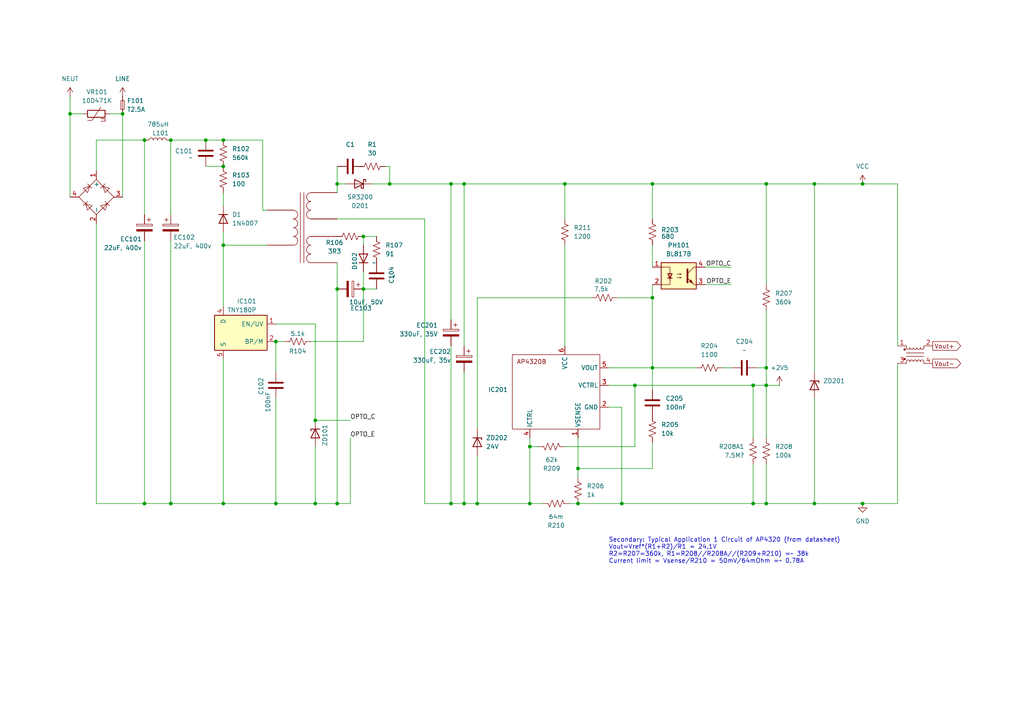
<source format=kicad_sch>
(kicad_sch (version 20250114) (generator "eeschema") (generator_version "9.0")
  (paper "A4")
  (title_block (title "205720-03 power supply") (company "Dyson") (comment 1 "26.1V, 0.78A") (comment 2 "Manufacturer: Salom Electric"))
  (lib_symbols
    (symbol "Device:C" (pin_numbers (hide yes)) (pin_names (offset 0.254))
      (property "Reference" "C" (at 0.635 2.54 0))
      (property "Value" "C" (at 0.635 -2.54 0))
      (symbol "C_0_1"
        (polyline (pts (xy -2.032 0.762) (xy 2.032 0.762)) (stroke (width 0.508)))
        (polyline (pts (xy -2.032 -0.762) (xy 2.032 -0.762)) (stroke (width 0.508)))
      )
      (symbol "C_1_1"
        (pin passive line (at 0 3.81 270) (length 2.794) (name "~") (number "1"))
        (pin passive line (at 0 -3.81 90) (length 2.794) (name "~") (number "2"))
      )
    )
    (symbol "Device:C_Polarized" (pin_numbers (hide yes)) (pin_names (offset 0.254))
      (property "Reference" "C" (at 0.635 2.54 0))
      (property "Value" "C_Polarized" (at 0.635 -2.54 0))
      (symbol "C_Polarized_0_1"
        (rectangle (start -2.286 0.508) (end 2.286 1.016))
        (polyline (pts (xy -1.778 2.286) (xy -0.762 2.286)))
        (polyline (pts (xy -1.27 2.794) (xy -1.27 1.778)))
        (rectangle (start 2.286 -0.508) (end -2.286 -1.016) (fill (type outline)))
      )
      (symbol "C_Polarized_1_1"
        (pin passive line (at 0 3.81 270) (length 2.794) (name "~") (number "1"))
        (pin passive line (at 0 -3.81 90) (length 2.794) (name "~") (number "2"))
      )
    )
    (symbol "Device:D_Zener" (pin_numbers (hide yes)) (pin_names (offset 1.016) (hide yes))
      (property "Reference" "D" (at 0 2.54 0))
      (property "Value" "D_Zener" (at 0 -2.54 0))
      (symbol "D_Zener_0_1"
        (polyline (pts (xy -1.27 -1.27) (xy -1.27 1.27) (xy -0.762 1.27)) (stroke (width 0.254)))
        (polyline (pts (xy 1.27 0) (xy -1.27 0)))
        (polyline (pts (xy 1.27 -1.27) (xy 1.27 1.27) (xy -1.27 0) (xy 1.27 -1.27)) (stroke (width 0.254)))
      )
      (symbol "D_Zener_1_1"
        (pin passive line (at -3.81 0 0) (length 2.54) (name "K") (number "1"))
        (pin passive line (at 3.81 0 180) (length 2.54) (name "A") (number "2"))
      )
    )
    (symbol "Device:Filter_EMI_CommonMode" (pin_names (offset 0.254) (hide yes))
      (property "Reference" "FL" (at 0 4.445 0))
      (property "Value" "Filter_EMI_CommonMode" (at 0 -4.445 0))
      (symbol "Filter_EMI_CommonMode_0_1"
        (circle (center -3.048 1.524) (radius 0.254) (fill (type outline)))
        (circle (center -3.048 -1.27) (radius 0.254) (fill (type outline)))
        (polyline (pts (xy -2.54 2.032) (xy -2.54 2.54)))
        (polyline (pts (xy -2.54 0.508) (xy 2.54 0.508)))
        (polyline (pts (xy -2.54 -2.032) (xy -2.54 -2.54)))
        (arc (start -1.524 2.032) (mid -2.032 1.5262) (end -2.54 2.032))
        (arc (start -2.54 -2.032) (mid -2.032 -1.5262) (end -1.524 -2.032))
        (arc (start -0.508 2.032) (mid -1.016 1.5262) (end -1.524 2.032))
        (arc (start -1.524 -2.032) (mid -1.016 -1.5262) (end -0.508 -2.032))
        (arc (start 0.508 2.032) (mid 0 1.5262) (end -0.508 2.032))
        (arc (start -0.508 -2.032) (mid 0 -1.5262) (end 0.508 -2.032))
        (arc (start 1.524 2.032) (mid 1.016 1.5262) (end 0.508 2.032))
        (arc (start 0.508 -2.032) (mid 1.016 -1.5262) (end 1.524 -2.032))
        (arc (start 2.54 2.032) (mid 2.032 1.5262) (end 1.524 2.032))
        (arc (start 1.524 -2.032) (mid 2.032 -1.5262) (end 2.54 -2.032))
        (polyline (pts (xy 2.54 2.54) (xy 2.54 2.032)))
        (polyline (pts (xy 2.54 -0.508) (xy -2.54 -0.508)))
        (polyline (pts (xy 2.54 -2.032) (xy 2.54 -2.54)))
      )
      (symbol "Filter_EMI_CommonMode_1_1"
        (pin passive line (at -5.08 2.54 0) (length 2.54) (name "1") (number "1"))
        (pin passive line (at -5.08 -2.54 0) (length 2.54) (name "3") (number "3"))
        (pin passive line (at 5.08 2.54 180) (length 2.54) (name "2") (number "2"))
        (pin passive line (at 5.08 -2.54 180) (length 2.54) (name "4") (number "4"))
      )
    )
    (symbol "Device:Fuse_Small" (pin_numbers (hide yes)) (pin_names (offset 0.254) (hide yes))
      (property "Reference" "F" (at 0 -1.524 0))
      (property "Value" "Fuse_Small" (at 0 1.524 0))
      (symbol "Fuse_Small_0_1"
        (rectangle (start -1.27 0.508) (end 1.27 -0.508))
        (polyline (pts (xy -1.27 0) (xy 1.27 0)))
      )
      (symbol "Fuse_Small_1_1"
        (pin passive line (at -2.54 0 0) (length 1.27) (name "~") (number "1"))
        (pin passive line (at 2.54 0 180) (length 1.27) (name "~") (number "2"))
      )
    )
    (symbol "Device:L" (pin_numbers (hide yes)) (pin_names (offset 1.016) (hide yes))
      (property "Reference" "L" (at -1.27 0 90))
      (property "Value" "L" (at 1.905 0 90))
      (symbol "L_0_1"
        (arc (start 0 2.54) (mid 0.6323 1.905) (end 0 1.27))
        (arc (start 0 1.27) (mid 0.6323 0.635) (end 0 0))
        (arc (start 0 0) (mid 0.6323 -0.635) (end 0 -1.27))
        (arc (start 0 -1.27) (mid 0.6323 -1.905) (end 0 -2.54))
      )
      (symbol "L_1_1"
        (pin passive line (at 0 3.81 270) (length 1.27) (name "1") (number "1"))
        (pin passive line (at 0 -3.81 90) (length 1.27) (name "2") (number "2"))
      )
    )
    (symbol "Device:R_US" (pin_numbers (hide yes)) (pin_names (offset 0))
      (property "Reference" "R" (at 2.54 0 90))
      (property "Value" "R_US" (at -2.54 0 90))
      (symbol "R_US_0_1"
        (polyline (pts (xy 0 2.286) (xy 0 2.54)))
        (polyline (pts (xy 0 2.286) (xy 1.016 1.905) (xy 0 1.524) (xy -1.016 1.143) (xy 0 0.762)))
        (polyline (pts (xy 0 0.762) (xy 1.016 0.381) (xy 0 0) (xy -1.016 -0.381) (xy 0 -0.762)))
        (polyline (pts (xy 0 -0.762) (xy 1.016 -1.143) (xy 0 -1.524) (xy -1.016 -1.905) (xy 0 -2.286)))
        (polyline (pts (xy 0 -2.286) (xy 0 -2.54)))
      )
      (symbol "R_US_1_1"
        (pin passive line (at 0 3.81 270) (length 1.27) (name "~") (number "1"))
        (pin passive line (at 0 -3.81 90) (length 1.27) (name "~") (number "2"))
      )
    )
    (symbol "Device:Transformer_1P_2S" (pin_numbers (hide yes)) (pin_names (offset 1.016) (hide yes))
      (property "Reference" "T" (at 0 12.7 0))
      (property "Value" "Transformer_1P_2S" (at 0 -12.7 0))
      (symbol "Transformer_1P_2S_0_1"
        (arc (start -1.27 3.81) (mid -1.656 2.9336) (end -2.54 2.5654))
        (arc (start -1.27 1.27) (mid -1.656 0.3936) (end -2.54 0.0254))
        (arc (start -1.27 -1.27) (mid -1.656 -2.1464) (end -2.54 -2.5146))
        (arc (start -1.27 -3.81) (mid -1.656 -4.6864) (end -2.54 -5.0546))
        (arc (start -2.54 5.08) (mid -1.642 4.708) (end -1.27 3.81))
        (arc (start -2.54 2.54) (mid -1.642 2.168) (end -1.27 1.27))
        (arc (start -2.54 0) (mid -1.642 -0.372) (end -1.27 -1.27))
        (arc (start -2.54 -2.54) (mid -1.642 -2.912) (end -1.27 -3.81))
        (polyline (pts (xy -0.508 -10.16) (xy -0.508 10.16)))
        (polyline (pts (xy 0.508 10.16) (xy 0.508 -10.16)))
        (arc (start 1.2954 8.89) (mid 1.6457 9.7917) (end 2.54 10.16))
        (arc (start 1.2954 6.35) (mid 1.6457 7.2517) (end 2.54 7.62))
        (arc (start 1.2954 3.81) (mid 1.6457 4.7117) (end 2.54 5.08))
        (arc (start 1.2954 -3.81) (mid 1.6457 -2.9083) (end 2.54 -2.54))
        (arc (start 1.2954 -6.35) (mid 1.6457 -5.4483) (end 2.54 -5.08))
        (arc (start 1.2954 -8.89) (mid 1.6457 -7.9883) (end 2.54 -7.62))
        (arc (start 2.54 7.6454) (mid 1.6599 8.0099) (end 1.2954 8.89))
        (arc (start 2.54 5.1054) (mid 1.6599 5.4699) (end 1.2954 6.35))
        (arc (start 2.54 2.5654) (mid 1.6599 2.9299) (end 1.2954 3.81))
        (arc (start 2.54 -5.0546) (mid 1.6599 -4.6901) (end 1.2954 -3.81))
        (arc (start 2.54 -7.5946) (mid 1.6599 -7.2301) (end 1.2954 -6.35))
        (arc (start 2.54 -10.1346) (mid 1.6599 -9.7701) (end 1.2954 -8.89))
      )
      (symbol "Transformer_1P_2S_1_1"
        (pin passive line (at -10.16 5.08 0) (length 7.62) (name "AA") (number "1"))
        (pin passive line (at -10.16 -5.08 0) (length 7.62) (name "AB") (number "2"))
        (pin passive line (at 10.16 10.16 180) (length 7.62) (name "SA") (number "3"))
        (pin passive line (at 10.16 2.54 180) (length 7.62) (name "SB") (number "4"))
        (pin passive line (at 10.16 -2.54 180) (length 7.62) (name "SC") (number "5"))
        (pin passive line (at 10.16 -10.16 180) (length 7.62) (name "SD") (number "6"))
      )
    )
    (symbol "Device:Varistor" (pin_numbers (hide yes)) (pin_names (offset 0))
      (property "Reference" "RV" (at 3.175 0 90))
      (property "Value" "Varistor" (at -3.175 0 90))
      (symbol "Varistor_0_0"
        (text "U" (at -1.778 -2.032 0) (effects (font (size 1.27 1.27))))
      )
      (symbol "Varistor_0_1"
        (polyline (pts (xy -1.905 2.54) (xy -1.905 1.27) (xy 1.905 -1.27)))
        (rectangle (start -1.016 -2.54) (end 1.016 2.54) (stroke (width 0.254)))
      )
      (symbol "Varistor_1_1"
        (pin passive line (at 0 3.81 270) (length 1.27) (name "~") (number "1"))
        (pin passive line (at 0 -3.81 90) (length 1.27) (name "~") (number "2"))
      )
    )
    (symbol "Diode:1N4007" (pin_numbers (hide yes)) (pin_names (hide yes))
      (property "Reference" "D" (at 0 2.54 0))
      (property "Value" "1N4007" (at 0 -2.54 0))
      (symbol "1N4007_0_1"
        (polyline (pts (xy -1.27 1.27) (xy -1.27 -1.27)) (stroke (width 0.254)))
        (polyline (pts (xy 1.27 1.27) (xy 1.27 -1.27) (xy -1.27 0) (xy 1.27 1.27)) (stroke (width 0.254)))
        (polyline (pts (xy 1.27 0) (xy -1.27 0)))
      )
      (symbol "1N4007_1_1"
        (pin passive line (at -3.81 0 0) (length 2.54) (name "K") (number "1"))
        (pin passive line (at 3.81 0 180) (length 2.54) (name "A") (number "2"))
      )
    )
    (symbol "Diode:1N5822" (pin_numbers (hide yes)) (pin_names (offset 1.016) (hide yes))
      (property "Reference" "D" (at 0 2.54 0))
      (property "Value" "1N5822" (at 0 -2.54 0))
      (symbol "1N5822_0_1"
        (polyline (pts (xy -1.905 0.635) (xy -1.905 1.27) (xy -1.27 1.27) (xy -1.27 -1.27) (xy -0.635 -1.27) (xy -0.635 -0.635)) (stroke (width 0.254)))
        (polyline (pts (xy 1.27 1.27) (xy 1.27 -1.27) (xy -1.27 0) (xy 1.27 1.27)) (stroke (width 0.254)))
        (polyline (pts (xy 1.27 0) (xy -1.27 0)))
      )
      (symbol "1N5822_1_1"
        (pin passive line (at -3.81 0 0) (length 2.54) (name "K") (number "1"))
        (pin passive line (at 3.81 0 180) (length 2.54) (name "A") (number "2"))
      )
    )
    (symbol "Diode_Bridge:MDB6S"
      (property "Reference" "D" (at 3.81 6.35 0))
      (property "Value" "MDB6S" (at 6.35 3.81 0))
      (symbol "MDB6S_1_1"
        (polyline (pts (xy -5.08 0) (xy 0 -5.08) (xy 5.08 0) (xy 0 5.08) (xy -5.08 0)))
        (polyline (pts (xy -3.81 2.54) (xy -2.54 1.27) (xy -1.905 3.175) (xy -3.81 2.54)))
        (polyline (pts (xy -2.54 3.81) (xy -1.27 2.54)))
        (polyline (pts (xy -2.54 -1.27) (xy -3.81 -2.54) (xy -1.905 -3.175) (xy -2.54 -1.27)))
        (polyline (pts (xy -1.27 -2.54) (xy -2.54 -3.81)))
        (polyline (pts (xy 1.27 2.54) (xy 2.54 3.81) (xy 3.175 1.905) (xy 1.27 2.54)))
        (polyline (pts (xy 2.54 1.27) (xy 3.81 2.54)))
        (polyline (pts (xy 2.54 -1.27) (xy 3.81 -2.54)))
        (polyline (pts (xy 3.175 -1.905) (xy 1.27 -2.54) (xy 2.54 -3.81) (xy 3.175 -1.905)))
        (pin passive line (at -7.62 0 0) (length 2.54) (name "-") (number "2"))
        (pin passive line (at 0 7.62 270) (length 2.54) (name "~") (number "4"))
        (pin passive line (at 0 -7.62 90) (length 2.54) (name "~") (number "3"))
        (pin passive line (at 7.62 0 180) (length 2.54) (name "+") (number "1"))
      )
    )
    (symbol "DiodesInc:AP4320BK6TR-G1"
      (property "Reference" "IC201" (at -13.97 -13.9699 0))
      (symbol "AP4320BK6TR-G1_0_1"
        (rectangle (start 12.7 -3.81) (end -12.7 -25.4))
      )
      (symbol "AP4320BK6TR-G1_1_1"
        (text "AP4320B" (at -11.43 -5.842 0) (effects (font (size 1.27 1.27)) (justify left)))
        (pin input line (at -7.62 -27.94 90) (length 2.54) (name "ICTRL") (number "4"))
        (pin power_in line (at 2.54 -1.27 270) (length 2.54) (name "VCC") (number "6"))
        (pin input line (at 6.35 -27.94 90) (length 2.54) (name "VSENSE") (number "1"))
        (pin output line (at 15.24 -7.62 180) (length 2.54) (name "VOUT") (number "5"))
        (pin input line (at 15.24 -12.7 180) (length 2.54) (name "VCTRL") (number "3"))
        (pin power_out line (at 15.24 -19.05 180) (length 2.54) (name "GND") (number "2"))
      )
    )
    (symbol "DiodesInc:TNY180P" (pin_names (offset 1.016))
      (property "Reference" "U" (at 0 8.89 0))
      (property "Value" "TNY180P" (at 0 6.35 0))
      (symbol "TNY180P_0_1"
        (rectangle (start -7.62 5.08) (end 7.62 -5.08) (stroke (width 0.254)) (fill (type background)))
      )
      (symbol "TNY180P_1_1"
        (pin open_collector line (at -5.08 7.62 270) (length 2.54) (name "D") (number "4"))
        (pin power_in line (at -5.08 -7.62 90) (length 2.54) (name "S") (number "5"))
        (pin passive line (at -5.08 -7.62 90) (length 2.54) (hide yes) (name "S") (number "6"))
        (pin passive line (at -5.08 -7.62 90) (length 2.54) (hide yes) (name "S") (number "7"))
        (pin passive line (at -5.08 -7.62 90) (length 2.54) (hide yes) (name "S") (number "8"))
        (pin input line (at 10.16 2.54 180) (length 2.54) (name "EN/UV") (number "1"))
        (pin input line (at 10.16 -2.54 180) (length 2.54) (name "BP/M") (number "2"))
      )
    )
    (symbol "Isolator:VOS618A" (pin_names (offset 1.016))
      (property "Reference" "U" (at -5.08 7.62 0))
      (property "Value" "VOS618A" (at -5.08 5.08 0))
      (symbol "VOS618A_0_1"
        (rectangle (start -5.08 3.81) (end 5.08 -3.81) (stroke (width 0.254)) (fill (type background)))
        (polyline (pts (xy -5.08 2.54) (xy -2.54 2.54) (xy -2.54 -1.27) (xy -2.54 0.635)))
        (polyline (pts (xy -3.175 -0.635) (xy -1.905 -0.635)) (stroke (width 0.254)))
        (polyline (pts (xy -2.54 -0.635) (xy -2.54 -2.54) (xy -5.08 -2.54)))
        (polyline (pts (xy -2.54 -0.635) (xy -3.175 0.635) (xy -1.905 0.635) (xy -2.54 -0.635)) (stroke (width 0.254)))
        (polyline (pts (xy -0.508 0.508) (xy 0.762 0.508) (xy 0.381 0.381) (xy 0.381 0.635) (xy 0.762 0.508)))
        (polyline (pts (xy -0.508 -0.508) (xy 0.762 -0.508) (xy 0.381 -0.635) (xy 0.381 -0.381) (xy 0.762 -0.508)))
        (polyline (pts (xy 2.54 1.905) (xy 2.54 -1.905) (xy 2.54 -1.905)) (stroke (width 0.508)))
        (polyline (pts (xy 2.54 0.635) (xy 4.445 2.54)))
        (polyline (pts (xy 3.048 -1.651) (xy 3.556 -1.143) (xy 4.064 -2.159) (xy 3.048 -1.651) (xy 3.048 -1.651)) (fill (type outline)))
        (polyline (pts (xy 4.445 2.54) (xy 5.08 2.54)))
        (polyline (pts (xy 4.445 -2.54) (xy 2.54 -0.635)) (fill (type outline)))
        (polyline (pts (xy 4.445 -2.54) (xy 5.08 -2.54)))
      )
      (symbol "VOS618A_1_1"
        (pin passive line (at -7.62 2.54 0) (length 2.54) (name "~") (number "1"))
        (pin passive line (at -7.62 -2.54 0) (length 2.54) (name "~") (number "2"))
        (pin passive line (at 7.62 2.54 180) (length 2.54) (name "~") (number "4"))
        (pin passive line (at 7.62 -2.54 180) (length 2.54) (name "~") (number "3"))
      )
    )
    (symbol "power:+2V5" (power) (pin_numbers (hide yes)) (pin_names (offset 0) (hide yes))
      (property "Value" "+2V5" (at 0 3.556 0))
      (symbol "+2V5_0_1"
        (polyline (pts (xy -0.762 1.27) (xy 0 2.54)))
        (polyline (pts (xy 0 2.54) (xy 0.762 1.27)))
        (polyline (pts (xy 0 0) (xy 0 2.54)))
      )
      (symbol "+2V5_1_1"
        (pin power_in line (at 0 0 90) (length 0) (name "~") (number "1"))
      )
    )
    (symbol "power:GND" (power) (pin_numbers (hide yes)) (pin_names (offset 0) (hide yes))
      (property "Value" "GND" (at 0 -3.81 0))
      (symbol "GND_0_1"
        (polyline (pts (xy 0 0) (xy 0 -1.27) (xy 1.27 -1.27) (xy 0 -2.54) (xy -1.27 -1.27) (xy 0 -1.27)))
      )
      (symbol "GND_1_1"
        (pin power_in line (at 0 0 270) (length 0) (name "~") (number "1"))
      )
    )
    (symbol "power:LINE" (power) (pin_numbers (hide yes)) (pin_names (offset 0) (hide yes))
      (property "Value" "LINE" (at 0 3.556 0))
      (symbol "LINE_0_1"
        (polyline (pts (xy -0.762 1.27) (xy 0 2.54)))
        (polyline (pts (xy 0 2.54) (xy 0.762 1.27)))
        (polyline (pts (xy 0 0) (xy 0 2.54)))
      )
      (symbol "LINE_1_1"
        (pin power_in line (at 0 0 90) (length 0) (name "~") (number "1"))
      )
    )
    (symbol "power:NEUT" (power) (pin_numbers (hide yes)) (pin_names (offset 0) (hide yes))
      (property "Value" "NEUT" (at 0 3.556 0))
      (symbol "NEUT_0_1"
        (polyline (pts (xy -0.762 1.27) (xy 0 2.54)))
        (polyline (pts (xy 0 2.54) (xy 0.762 1.27)))
        (polyline (pts (xy 0 0) (xy 0 2.54)))
      )
      (symbol "NEUT_1_1"
        (pin power_in line (at 0 0 90) (length 0) (name "~") (number "1"))
      )
    )
    (symbol "power:VCC" (power) (pin_numbers (hide yes)) (pin_names (offset 0) (hide yes))
      (property "Value" "VCC" (at 0 3.556 0))
      (symbol "VCC_0_1"
        (polyline (pts (xy -0.762 1.27) (xy 0 2.54)))
        (polyline (pts (xy 0 2.54) (xy 0.762 1.27)))
        (polyline (pts (xy 0 0) (xy 0 2.54)))
      )
      (symbol "VCC_1_1"
        (pin power_in line (at 0 0 90) (length 0) (name "~") (number "1"))
      )
    )
  )
  (text "Secondary: Typical Application 1 Circuit of AP4320 (from datasheet)\nVout=Vref*(R1+R2)/R1 = 24.1V\nR2=R207=360k, R1=R208//R208A//(R209+R210) =~ 38k\nCurrent limit = Vsense/R210 = 50mV/64mOhm =~ 0.78A" (exclude_from_sim yes) (at 176.53 159.766 0) (effects (font (size 1.27 1.27)) (justify left)))
  (junction (at 97.79 53.34))
  (junction (at 138.43 146.05))
  (junction (at 97.79 146.05))
  (junction (at 167.64 135.89))
  (junction (at 218.44 146.05))
  (junction (at 64.77 71.12))
  (junction (at 105.41 68.58))
  (junction (at 189.23 106.68))
  (junction (at 64.77 40.64))
  (junction (at 218.44 111.76))
  (junction (at 153.67 146.05))
  (junction (at 134.62 146.05))
  (junction (at 97.79 83.82))
  (junction (at 222.25 111.76))
  (junction (at 49.53 40.64))
  (junction (at 130.81 146.05))
  (junction (at 91.44 121.92))
  (junction (at 20.32 33.02))
  (junction (at 59.69 40.64))
  (junction (at 80.01 146.05))
  (junction (at 41.91 146.05))
  (junction (at 134.62 53.34))
  (junction (at 64.77 48.26))
  (junction (at 49.53 146.05))
  (junction (at 236.22 53.34))
  (junction (at 180.34 146.05))
  (junction (at 163.83 53.34))
  (junction (at 41.91 40.64))
  (junction (at 35.56 33.02))
  (junction (at 64.77 146.05))
  (junction (at 130.81 53.34))
  (junction (at 222.25 146.05))
  (junction (at 250.19 146.05))
  (junction (at 222.25 106.68))
  (junction (at 167.64 146.05))
  (junction (at 189.23 53.34))
  (junction (at 105.41 83.82))
  (junction (at 189.23 86.36))
  (junction (at 80.01 99.06))
  (junction (at 250.19 53.34))
  (junction (at 236.22 146.05))
  (junction (at 222.25 53.34))
  (junction (at 113.03 53.34))
  (junction (at 153.67 129.54))
  (junction (at 91.44 146.05))
  (junction (at 184.15 111.76))
  (wire (pts (xy 76.2 40.64) (xy 64.77 40.64)))
  (wire (pts (xy 222.25 53.34) (xy 236.22 53.34)))
  (wire (pts (xy 189.23 106.68) (xy 201.93 106.68)))
  (wire (pts (xy 105.41 71.12) (xy 105.41 68.58)))
  (wire (pts (xy 97.79 53.34) (xy 97.79 55.88)))
  (wire (pts (xy 189.23 106.68) (xy 189.23 113.03)))
  (wire (pts (xy 97.79 48.26) (xy 97.79 53.34)))
  (wire (pts (xy 49.53 146.05) (xy 64.77 146.05)))
  (wire (pts (xy 130.81 100.33) (xy 130.81 146.05)))
  (wire (pts (xy 130.81 146.05) (xy 134.62 146.05)))
  (wire (pts (xy 90.17 99.06) (xy 105.41 99.06)))
  (wire (pts (xy 236.22 53.34) (xy 250.19 53.34)))
  (wire (pts (xy 101.6 127) (xy 101.6 146.05)))
  (wire (pts (xy 64.77 40.64) (xy 59.69 40.64)))
  (wire (pts (xy 167.64 146.05) (xy 180.34 146.05)))
  (wire (pts (xy 80.01 93.98) (xy 91.44 93.98)))
  (wire (pts (xy 27.94 64.77) (xy 27.94 146.05)))
  (wire (pts (xy 153.67 129.54) (xy 156.21 129.54)))
  (wire (pts (xy 100.33 53.34) (xy 97.79 53.34)))
  (wire (pts (xy 184.15 129.54) (xy 184.15 111.76)))
  (wire (pts (xy 176.53 111.76) (xy 184.15 111.76)))
  (wire (pts (xy 176.53 106.68) (xy 189.23 106.68)))
  (wire (pts (xy 64.77 59.69) (xy 64.77 55.88)))
  (wire (pts (xy 105.41 83.82) (xy 105.41 99.06)))
  (wire (pts (xy 189.23 53.34) (xy 222.25 53.34)))
  (wire (pts (xy 222.25 134.62) (xy 222.25 146.05)))
  (wire (pts (xy 180.34 118.11) (xy 180.34 146.05)))
  (wire (pts (xy 163.83 53.34) (xy 189.23 53.34)))
  (wire (pts (xy 97.79 63.5) (xy 123.19 63.5)))
  (wire (pts (xy 260.35 146.05) (xy 250.19 146.05)))
  (wire (pts (xy 163.83 129.54) (xy 184.15 129.54)))
  (wire (pts (xy 76.2 40.64) (xy 76.2 60.96)))
  (wire (pts (xy 176.53 118.11) (xy 180.34 118.11)))
  (wire (pts (xy 212.09 77.47) (xy 204.47 77.47)))
  (wire (pts (xy 111.76 48.26) (xy 113.03 48.26)))
  (wire (pts (xy 91.44 93.98) (xy 91.44 121.92)))
  (wire (pts (xy 105.41 78.74) (xy 105.41 83.82)))
  (wire (pts (xy 27.94 40.64) (xy 41.91 40.64)))
  (wire (pts (xy 130.81 53.34) (xy 134.62 53.34)))
  (wire (pts (xy 189.23 82.55) (xy 189.23 86.36)))
  (wire (pts (xy 105.41 83.82) (xy 109.22 83.82)))
  (wire (pts (xy 101.6 146.05) (xy 97.79 146.05)))
  (wire (pts (xy 134.62 146.05) (xy 138.43 146.05)))
  (wire (pts (xy 189.23 86.36) (xy 189.23 106.68)))
  (wire (pts (xy 138.43 86.36) (xy 138.43 124.46)))
  (wire (pts (xy 64.77 104.14) (xy 64.77 146.05)))
  (wire (pts (xy 184.15 111.76) (xy 218.44 111.76)))
  (wire (pts (xy 64.77 67.31) (xy 64.77 71.12)))
  (wire (pts (xy 76.2 60.96) (xy 77.47 60.96)))
  (wire (pts (xy 167.64 138.43) (xy 167.64 135.89)))
  (wire (pts (xy 163.83 63.5) (xy 163.83 53.34)))
  (wire (pts (xy 27.94 40.64) (xy 27.94 49.53)))
  (wire (pts (xy 218.44 134.62) (xy 218.44 146.05)))
  (wire (pts (xy 189.23 135.89) (xy 167.64 135.89)))
  (wire (pts (xy 222.25 111.76) (xy 222.25 127)))
  (wire (pts (xy 123.19 63.5) (xy 123.19 146.05)))
  (wire (pts (xy 219.71 106.68) (xy 222.25 106.68)))
  (wire (pts (xy 41.91 40.64) (xy 41.91 62.23)))
  (wire (pts (xy 113.03 53.34) (xy 130.81 53.34)))
  (wire (pts (xy 134.62 100.33) (xy 134.62 53.34)))
  (wire (pts (xy 209.55 106.68) (xy 212.09 106.68)))
  (wire (pts (xy 180.34 146.05) (xy 218.44 146.05)))
  (wire (pts (xy 123.19 146.05) (xy 130.81 146.05)))
  (wire (pts (xy 222.25 82.55) (xy 222.25 53.34)))
  (wire (pts (xy 260.35 53.34) (xy 260.35 100.33)))
  (wire (pts (xy 134.62 107.95) (xy 134.62 146.05)))
  (wire (pts (xy 218.44 111.76) (xy 218.44 127)))
  (wire (pts (xy 82.55 99.06) (xy 80.01 99.06)))
  (wire (pts (xy 250.19 53.34) (xy 260.35 53.34)))
  (wire (pts (xy 80.01 99.06) (xy 80.01 107.95)))
  (wire (pts (xy 189.23 71.12) (xy 189.23 77.47)))
  (wire (pts (xy 49.53 40.64) (xy 49.53 62.23)))
  (wire (pts (xy 91.44 129.54) (xy 91.44 146.05)))
  (wire (pts (xy 204.47 82.55) (xy 212.09 82.55)))
  (wire (pts (xy 27.94 146.05) (xy 41.91 146.05)))
  (wire (pts (xy 153.67 146.05) (xy 157.48 146.05)))
  (wire (pts (xy 101.6 121.92) (xy 91.44 121.92)))
  (wire (pts (xy 20.32 57.15) (xy 20.32 33.02)))
  (wire (pts (xy 64.77 146.05) (xy 80.01 146.05)))
  (wire (pts (xy 153.67 127) (xy 153.67 129.54)))
  (wire (pts (xy 59.69 48.26) (xy 64.77 48.26)))
  (wire (pts (xy 153.67 129.54) (xy 153.67 146.05)))
  (wire (pts (xy 138.43 146.05) (xy 153.67 146.05)))
  (wire (pts (xy 189.23 128.27) (xy 189.23 135.89)))
  (wire (pts (xy 138.43 132.08) (xy 138.43 146.05)))
  (wire (pts (xy 171.45 86.36) (xy 138.43 86.36)))
  (wire (pts (xy 97.79 83.82) (xy 97.79 146.05)))
  (wire (pts (xy 165.1 146.05) (xy 167.64 146.05)))
  (wire (pts (xy 20.32 27.94) (xy 20.32 33.02)))
  (wire (pts (xy 105.41 68.58) (xy 109.22 68.58)))
  (wire (pts (xy 222.25 146.05) (xy 236.22 146.05)))
  (wire (pts (xy 222.25 106.68) (xy 222.25 111.76)))
  (wire (pts (xy 20.32 33.02) (xy 24.13 33.02)))
  (wire (pts (xy 163.83 100.33) (xy 163.83 71.12)))
  (wire (pts (xy 189.23 63.5) (xy 189.23 53.34)))
  (wire (pts (xy 105.41 48.26) (xy 104.14 48.26)))
  (wire (pts (xy 59.69 40.64) (xy 49.53 40.64)))
  (wire (pts (xy 167.64 135.89) (xy 167.64 127)))
  (wire (pts (xy 218.44 111.76) (xy 222.25 111.76)))
  (wire (pts (xy 80.01 115.57) (xy 80.01 146.05)))
  (wire (pts (xy 41.91 146.05) (xy 49.53 146.05)))
  (wire (pts (xy 107.95 53.34) (xy 113.03 53.34)))
  (wire (pts (xy 91.44 146.05) (xy 80.01 146.05)))
  (wire (pts (xy 189.23 86.36) (xy 179.07 86.36)))
  (wire (pts (xy 113.03 48.26) (xy 113.03 53.34)))
  (wire (pts (xy 35.56 33.02) (xy 31.75 33.02)))
  (wire (pts (xy 64.77 71.12) (xy 64.77 88.9)))
  (wire (pts (xy 64.77 71.12) (xy 77.47 71.12)))
  (wire (pts (xy 260.35 105.41) (xy 260.35 146.05)))
  (wire (pts (xy 236.22 146.05) (xy 250.19 146.05)))
  (wire (pts (xy 35.56 57.15) (xy 35.56 33.02)))
  (wire (pts (xy 97.79 76.2) (xy 97.79 83.82)))
  (wire (pts (xy 218.44 146.05) (xy 222.25 146.05)))
  (wire (pts (xy 222.25 90.17) (xy 222.25 106.68)))
  (wire (pts (xy 222.25 111.76) (xy 226.06 111.76)))
  (wire (pts (xy 41.91 69.85) (xy 41.91 146.05)))
  (wire (pts (xy 49.53 69.85) (xy 49.53 146.05)))
  (wire (pts (xy 236.22 107.95) (xy 236.22 53.34)))
  (wire (pts (xy 130.81 92.71) (xy 130.81 53.34)))
  (wire (pts (xy 134.62 53.34) (xy 163.83 53.34)))
  (wire (pts (xy 236.22 115.57) (xy 236.22 146.05)))
  (wire (pts (xy 97.79 146.05) (xy 91.44 146.05)))
  (label "OPTO_E" (at 101.6 127 0))
  (label "OPTO_C" (at 101.6 121.92 0))
  (label "OPTO_C" (at 212.09 77.47 180))
  (label "OPTO_E" (at 212.09 82.55 180))
  (global_label "Vout+" (shape output) (at 270.51 100.33 0) (property "Intersheetrefs" "${INTERSHEET_REFS}" (effects (hide yes))))
  (global_label "Vout-" (shape output) (at 270.51 105.41 0) (property "Intersheetrefs" "${INTERSHEET_REFS}" (effects (hide yes))))
  (symbol (lib_id "Device:Fuse_Small") (at 35.56 30.48 90) (unit 1)
    (property "Reference" "F101" (at 36.83 29.2099 90) (effects (justify right)))
    (property "Value" "T2.5A" (at 36.83 31.7499 90) (effects (justify right)))
    (property "Description" "Fuse, small symbol" (effects (hide yes)))
  )
  (symbol (lib_id "Device:R_US") (at 189.23 67.31 0) (unit 1)
    (property "Reference" "R203" (at 191.77 66.6749 0) (effects (justify left)))
    (property "Value" "680" (at 191.77 68.58 0) (effects (justify left)))
    (property "Description" "Resistor, US symbol" (effects (hide yes)))
  )
  (symbol (lib_id "Device:C_Polarized") (at 49.53 66.04 0) (unit 1)
    (property "Reference" "EC102" (at 50.292 68.834 0) (effects (justify left)))
    (property "Value" "22uF, 400v" (at 50.292 71.374 0) (effects (justify left)))
    (property "Description" "Polarized capacitor" (effects (hide yes)))
  )
  (symbol (lib_id "Device:C") (at 59.69 44.45 0) (mirror x) (unit 1)
    (property "Reference" "C101" (at 55.88 43.8149 0) (effects (justify right)))
    (property "Value" "~" (at 55.88 45.72 0) (effects (justify right)))
    (property "Description" "Unpolarized capacitor" (effects (hide yes)))
  )
  (symbol (lib_id "Device:R_US") (at 86.36 99.06 270) (unit 1)
    (property "Reference" "R104" (at 86.36 101.854 90))
    (property "Value" "5.1k" (at 86.36 96.774 90))
    (property "Description" "Resistor, US symbol" (effects (hide yes)))
  )
  (symbol (lib_id "Device:Filter_EMI_CommonMode") (at 265.43 102.87 0) (unit 1)
    (property "Reference" "FL1" (effects (hide yes)))
    (property "Value" "Filter_EMI_CommonMode" (effects (hide yes)))
    (property "Description" "EMI 2-inductor common mode filter" (effects (hide yes)))
  )
  (symbol (lib_id "Device:R_US") (at 107.95 48.26 90) (unit 1)
    (property "Reference" "R1" (at 107.95 41.91 90))
    (property "Value" "30" (at 107.95 44.45 90))
    (property "Description" "Resistor, US symbol" (effects (hide yes)))
  )
  (symbol (lib_id "Device:C_Polarized") (at 130.81 96.52 0) (mirror y) (unit 1)
    (property "Reference" "EC201" (at 127 94.3609 0) (effects (justify left)))
    (property "Value" "330uF, 35V" (at 127 96.9009 0) (effects (justify left)))
    (property "Description" "Polarized capacitor" (effects (hide yes)))
  )
  (symbol (lib_id "power:LINE") (at 35.56 27.94 0) (unit 1)
    (property "Reference" "#PWR03" (effects (hide yes)))
    (property "Value" "LINE" (at 35.56 22.86 0))
    (property "Description" "Power symbol creates a global label with name \"LINE\"" (effects (hide yes)))
  )
  (symbol (lib_id "Device:R_US") (at 222.25 130.81 0) (unit 1)
    (property "Reference" "R208" (at 224.79 129.5399 0) (effects (justify left)))
    (property "Value" "100k" (at 224.79 132.0799 0) (effects (justify left)))
    (property "Description" "Resistor, US symbol" (effects (hide yes)))
  )
  (symbol (lib_id "Device:C_Polarized") (at 41.91 66.04 0) (mirror y) (unit 1)
    (property "Reference" "EC101" (at 41.148 69.342 0) (effects (justify left)))
    (property "Value" "22uF, 400v" (at 41.148 71.882 0) (effects (justify left)))
    (property "Description" "Polarized capacitor" (effects (hide yes)))
  )
  (symbol (lib_id "Diode_Bridge:MDB6S") (at 27.94 57.15 90) (unit 1)
    (property "Reference" "BD101" (effects (hide yes)))
    (property "Value" "DB207SR" (effects (hide yes)))
    (property "Footprint" "Package_SO:TSSOP-4_4.4x5mm_P4mm" (effects (hide yes)))
    (property "Datasheet" "https://www.onsemi.com/pub/Collateral/MDB8S-D.PDF" (effects (hide yes)))
    (property "Description" "Single-Phase Bridge Rectifier, 420V Vrms, 1A If, TSSOP-4" (effects (hide yes)))
  )
  (symbol (lib_id "DiodesInc:TNY180P") (at 69.85 96.52 0) (unit 1)
    (property "Reference" "IC101" (at 74.422 87.376 0) (effects (justify right)))
    (property "Value" "TNY180P" (at 74.422 89.916 0) (effects (justify right)))
    (property "Footprint" "Package_DIP:PowerIntegrations_PDIP-8C" (effects (hide yes)))
    (property "Datasheet" "https://www.power.com/sites/default/files/documents/tinyswitch-lt_family_datasheet.pdf" (effects (hide yes)))
    (property "Description" "TinySwitch-III Family, 28.5W Output Power, DIP-8C" (effects (hide yes)))
  )
  (symbol (lib_id "power:+2V5") (at 226.06 111.76 0) (unit 1)
    (property "Reference" "#PWR05" (effects (hide yes)))
    (property "Value" "+2V5" (at 226.06 106.68 0))
    (property "Description" "Power symbol creates a global label with name \"+2V5\"" (effects (hide yes)))
  )
  (symbol (lib_id "Device:R_US") (at 101.6 68.58 90) (unit 1)
    (property "Reference" "R106" (at 97.028 70.358 90))
    (property "Value" "3R3" (at 97.028 72.898 90))
    (property "Description" "Resistor, US symbol" (effects (hide yes)))
  )
  (symbol (lib_id "Device:R_US") (at 64.77 52.07 0) (unit 1)
    (property "Reference" "R103" (at 67.31 50.7999 0) (effects (justify left)))
    (property "Value" "100" (at 67.31 53.3399 0) (effects (justify left)))
    (property "Description" "Resistor, US symbol" (effects (hide yes)))
  )
  (symbol (lib_id "Device:R_US") (at 218.44 130.81 0) (mirror y) (unit 1)
    (property "Reference" "R208A1" (at 215.9 129.5399 0) (effects (justify left)))
    (property "Value" "7.5M?" (at 215.9 132.0799 0) (effects (justify left)))
    (property "Description" "Resistor, US symbol" (effects (hide yes)))
  )
  (symbol (lib_id "Device:D_Zener") (at 138.43 128.27 270) (unit 1)
    (property "Reference" "ZD202" (at 140.97 126.9999 90) (effects (justify left)))
    (property "Value" "24V" (at 140.97 129.5399 90) (effects (justify left)))
    (property "Description" "Zener diode" (effects (hide yes)))
  )
  (symbol (lib_id "Device:R_US") (at 160.02 129.54 90) (mirror x) (unit 1)
    (property "Reference" "R209" (at 160.02 135.89 90))
    (property "Value" "62k" (at 160.02 133.35 90))
    (property "Description" "Resistor, US symbol" (effects (hide yes)))
  )
  (symbol (lib_id "Device:R_US") (at 64.77 44.45 0) (unit 1)
    (property "Reference" "R102" (at 67.31 43.1799 0) (effects (justify left)))
    (property "Value" "560k" (at 67.31 45.7199 0) (effects (justify left)))
    (property "Description" "Resistor, US symbol" (effects (hide yes)))
  )
  (symbol (lib_id "Device:D_Zener") (at 91.44 125.73 90) (mirror x) (unit 1)
    (property "Reference" "ZD101" (at 94.234 126.238 0))
    (property "Description" "Zener diode" (effects (hide yes)))
  )
  (symbol (lib_id "power:VCC") (at 250.19 53.34 0) (unit 1)
    (property "Reference" "#PWR01" (effects (hide yes)))
    (property "Value" "VCC" (at 250.19 48.26 0))
    (property "Description" "Power symbol creates a global label with name \"VCC\"" (effects (hide yes)))
  )
  (symbol (lib_id "Device:Varistor") (at 27.94 33.02 90) (unit 1)
    (property "Reference" "VR101" (at 28.1333 26.67 90))
    (property "Value" "10D471K" (at 28.1333 29.21 90))
    (property "Description" "Voltage dependent resistor" (effects (hide yes)))
    (property "Sim.Name" "kicad_builtin_varistor" (effects (hide yes)))
    (property "Sim.Device" "SUBCKT" (effects (hide yes)))
    (property "Sim.Pins" "1=A 2=B" (effects (hide yes)))
    (property "Sim.Params" "threshold=1k" (effects (hide yes)))
    (property "Sim.Library" "${KICAD9_SYMBOL_DIR}/Simulation_SPICE.sp" (effects (hide yes)))
  )
  (symbol (lib_id "Device:C_Polarized") (at 101.6 83.82 270) (unit 1)
    (property "Reference" "EC103" (at 101.6 89.408 90) (effects (justify left)))
    (property "Value" "10uF, 50V" (at 101.2191 87.63 90) (effects (justify left)))
    (property "Description" "Polarized capacitor" (effects (hide yes)))
  )
  (symbol (lib_id "Device:R_US") (at 189.23 124.46 0) (unit 1)
    (property "Reference" "R205" (at 191.77 123.1899 0) (effects (justify left)))
    (property "Value" "10k" (at 191.77 125.7299 0) (effects (justify left)))
    (property "Description" "Resistor, US symbol" (effects (hide yes)))
  )
  (symbol (lib_id "DiodesInc:AP4320BK6TR-G1") (at 161.29 99.06 0) (unit 1)
    (property "Reference" "IC201" (at 147.32 113.0299 0) (effects (justify right)))
  )
  (symbol (lib_id "power:GND") (at 250.19 146.05 0) (unit 1)
    (property "Reference" "#PWR02" (effects (hide yes)))
    (property "Value" "GND" (at 250.19 151.13 0))
    (property "Description" "Power symbol creates a global label with name \"GND\" , ground" (effects (hide yes)))
  )
  (symbol (lib_id "Device:R_US") (at 167.64 142.24 0) (unit 1)
    (property "Reference" "R206" (at 170.18 140.9699 0) (effects (justify left)))
    (property "Value" "1k" (at 170.18 143.5099 0) (effects (justify left)))
    (property "Description" "Resistor, US symbol" (effects (hide yes)))
  )
  (symbol (lib_id "Diode:1N4007") (at 64.77 63.5 270) (unit 1)
    (property "Reference" "D1" (at 67.31 62.2299 90) (effects (justify left)))
    (property "Value" "1N4007" (at 67.31 64.7699 90) (effects (justify left)))
    (property "Footprint" "Diode_THT:D_DO-41_SOD81_P10.16mm_Horizontal" (effects (hide yes)))
    (property "Datasheet" "http://www.vishay.com/docs/88503/1n4001.pdf" (effects (hide yes)))
    (property "Description" "1000V 1A General Purpose Rectifier Diode, DO-41" (effects (hide yes)))
    (property "Sim.Device" "D" (effects (hide yes)))
    (property "Sim.Pins" "1=K 2=A" (effects (hide yes)))
  )
  (symbol (lib_id "Device:R_US") (at 175.26 86.36 90) (unit 1)
    (property "Reference" "R202" (at 175.006 81.534 90))
    (property "Value" "7.5k" (at 176.5299 83.82 90) (effects (justify left)))
    (property "Description" "Resistor, US symbol" (effects (hide yes)))
  )
  (symbol (lib_id "Device:C") (at 215.9 106.68 90) (unit 1)
    (property "Reference" "C204" (at 215.9 99.06 90))
    (property "Value" "~" (at 215.9 101.6 90))
    (property "Description" "Unpolarized capacitor" (effects (hide yes)))
  )
  (symbol (lib_id "Device:C") (at 80.01 111.76 180) (unit 1)
    (property "Reference" "C102" (at 75.692 112.014 90))
    (property "Value" "100nF" (at 77.724 116.586 90))
    (property "Description" "Unpolarized capacitor" (effects (hide yes)))
  )
  (symbol (lib_id "Device:R_US") (at 222.25 86.36 0) (unit 1)
    (property "Reference" "R207" (at 224.79 85.0899 0) (effects (justify left)))
    (property "Value" "360k" (at 224.79 87.6299 0) (effects (justify left)))
    (property "Description" "Resistor, US symbol" (effects (hide yes)))
  )
  (symbol (lib_id "Device:L") (at 45.72 40.64 90) (unit 1)
    (property "Reference" "L101" (at 49.022 38.608 90) (effects (justify left)))
    (property "Value" "785uH" (at 49.022 36.068 90) (effects (justify left)))
    (property "Description" "Inductor" (effects (hide yes)))
  )
  (symbol (lib_id "Device:R_US") (at 161.29 146.05 90) (mirror x) (unit 1)
    (property "Reference" "R210" (at 161.29 152.4 90))
    (property "Value" "64m" (at 161.29 149.86 90))
    (property "Description" "Resistor, US symbol" (effects (hide yes)))
  )
  (symbol (lib_id "Device:R_US") (at 109.22 72.39 0) (unit 1)
    (property "Reference" "R107" (at 111.76 71.1199 0) (effects (justify left)))
    (property "Value" "91" (at 111.76 73.6599 0) (effects (justify left)))
    (property "Description" "Resistor, US symbol" (effects (hide yes)))
  )
  (symbol (lib_id "Device:Transformer_1P_2S") (at 87.63 66.04 0) (mirror x) (unit 1)
    (property "Reference" "T1" (effects (hide yes)))
    (property "Value" "Transformer_1P_2S" (effects (hide yes)))
    (property "Description" "Transformer, single primary, dual secondary" (effects (hide yes)))
  )
  (symbol (lib_id "Device:C") (at 101.6 48.26 270) (unit 1)
    (property "Reference" "C1" (at 101.6 41.91 90))
    (property "Value" "C" (effects (hide yes)))
    (property "Description" "Unpolarized capacitor" (effects (hide yes)))
  )
  (symbol (lib_id "Diode:1N4007") (at 105.41 74.93 90) (unit 1)
    (property "Reference" "D102" (at 102.87 73.152 0) (effects (justify right)))
    (property "Value" "~" (at 107.95 76.1999 90) (effects (justify right)))
    (property "Footprint" "Diode_THT:D_DO-41_SOD81_P10.16mm_Horizontal" (effects (hide yes)))
    (property "Datasheet" "http://www.vishay.com/docs/88503/1n4001.pdf" (effects (hide yes)))
    (property "Description" "1000V 1A General Purpose Rectifier Diode, DO-41" (effects (hide yes)))
    (property "Sim.Device" "D" (effects (hide yes)))
    (property "Sim.Pins" "1=K 2=A" (effects (hide yes)))
  )
  (symbol (lib_id "Device:C_Polarized") (at 134.62 104.14 0) (mirror y) (unit 1)
    (property "Reference" "EC202" (at 130.81 101.9809 0) (effects (justify left)))
    (property "Value" "330uF, 35v" (at 130.81 104.5209 0) (effects (justify left)))
    (property "Description" "Polarized capacitor" (effects (hide yes)))
  )
  (symbol (lib_id "Isolator:VOS618A") (at 196.85 80.01 0) (unit 1)
    (property "Reference" "PH101" (at 196.85 71.12 0))
    (property "Value" "BL817B" (at 196.85 73.66 0))
    (property "Footprint" "Package_SO:SSOP-4_4.4x2.6mm_P1.27mm" (effects (hide yes)))
    (property "Datasheet" "https://www.vishay.com/docs/83465/vos618a.pdf" (effects (hide yes)))
    (property "Description" "Optocoupler, Phototransistor Output, Low Input Current, SSOP-4" (effects (hide yes)))
  )
  (symbol (lib_id "Device:C") (at 189.23 116.84 180) (unit 1)
    (property "Reference" "C205" (at 193.04 115.5699 0) (effects (justify right)))
    (property "Value" "100nF" (at 193.04 118.1099 0) (effects (justify right)))
    (property "Description" "Unpolarized capacitor" (effects (hide yes)))
  )
  (symbol (lib_id "Device:C") (at 109.22 80.01 0) (unit 1)
    (property "Reference" "C104" (at 113.538 79.756 90))
    (property "Value" "~" (at 114.3 80.01 90))
    (property "Description" "Unpolarized capacitor" (effects (hide yes)))
  )
  (symbol (lib_id "power:NEUT") (at 20.32 27.94 0) (unit 1)
    (property "Reference" "#PWR04" (effects (hide yes)))
    (property "Value" "NEUT" (at 20.32 22.86 0))
    (property "Description" "Power symbol creates a global label with name \"NEUT\"" (effects (hide yes)))
  )
  (symbol (lib_id "Diode:1N5822") (at 104.14 53.34 0) (mirror y) (unit 1)
    (property "Reference" "D201" (at 104.4575 59.69 0))
    (property "Value" "SR3200" (at 104.4575 57.15 0))
    (property "Footprint" "Diode_THT:D_DO-201AD_P15.24mm_Horizontal" (effects (hide yes)))
    (property "Datasheet" "http://www.vishay.com/docs/88526/1n5820.pdf" (effects (hide yes)))
    (property "Description" "40V 3A Schottky Barrier Rectifier Diode, DO-201AD" (effects (hide yes)))
  )
  (symbol (lib_id "Device:R_US") (at 163.83 67.31 0) (unit 1)
    (property "Reference" "R211" (at 166.37 66.0399 0) (effects (justify left)))
    (property "Value" "1200" (at 166.37 68.5799 0) (effects (justify left)))
    (property "Description" "Resistor, US symbol" (effects (hide yes)))
  )
  (symbol (lib_id "Device:D_Zener") (at 236.22 111.76 270) (unit 1)
    (property "Reference" "ZD201" (at 238.76 110.4899 90) (effects (justify left)))
    (property "Value" "D_Zener" (effects (hide yes)))
    (property "Description" "Zener diode" (effects (hide yes)))
  )
  (symbol (lib_id "Device:R_US") (at 205.74 106.68 90) (unit 1)
    (property "Reference" "R204" (at 205.74 100.33 90))
    (property "Value" "1100" (at 205.74 102.87 90))
    (property "Description" "Resistor, US symbol" (effects (hide yes)))
  )
)
</source>
